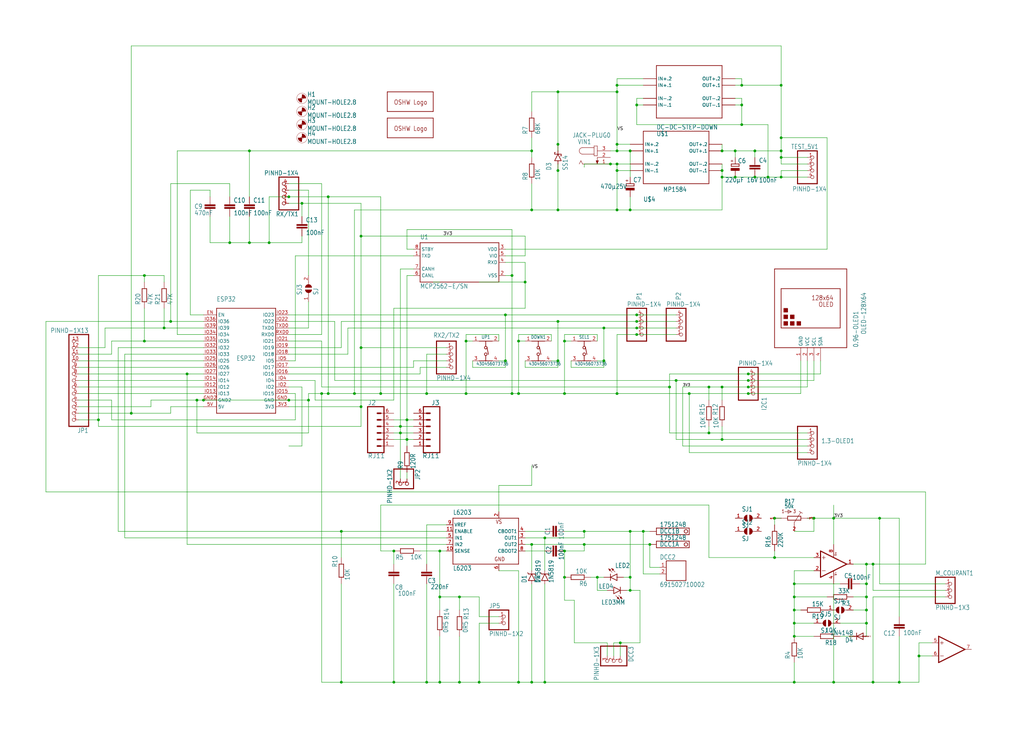
<source format=kicad_sch>
(kicad_sch (version 20231120) (generator "eeschema") (generator_version "8.0")
  (paper "User" 396.24 284.937)
  (junction (at 195.58 139.7))
  (junction (at 165.1 152.4))
  (junction (at 215.9 66.04))
  (junction (at 205.74 264.16))
  (junction (at 154.94 167.64))
  (junction (at 152.4 213.36))
  (junction (at 287.02 40.64))
  (junction (at 147.32 152.4))
  (junction (at 307.34 264.16))
  (junction (at 210.82 264.16))
  (junction (at 289.56 149.86))
  (junction (at 335.28 218.44))
  (junction (at 248.92 205.74))
  (junction (at 266.7 152.4))
  (junction (at 132.08 205.74))
  (junction (at 66.04 124.46))
  (junction (at 335.28 241.3))
  (junction (at 139.7 134.62))
  (junction (at 279.4 149.86))
  (junction (at 238.76 55.88))
  (junction (at 233.68 139.7))
  (junction (at 180.34 132.08))
  (junction (at 226.06 205.74))
  (junction (at 203.2 109.22))
  (junction (at 335.28 226.06))
  (junction (at 279.4 58.42))
  (junction (at 287.02 33.02))
  (junction (at 322.58 264.16))
  (junction (at 233.68 127))
  (junction (at 289.56 152.4))
  (junction (at 302.26 60.96))
  (junction (at 152.4 264.16))
  (junction (at 215.9 55.88))
  (junction (at 302.26 33.02))
  (junction (at 218.44 132.08))
  (junction (at 335.28 236.22))
  (junction (at 198.12 106.68))
  (junction (at 274.32 149.86))
  (junction (at 337.82 218.44))
  (junction (at 238.76 33.02))
  (junction (at 238.76 66.04))
  (junction (at 88.9 93.98))
  (junction (at 243.84 205.74))
  (junction (at 78.74 154.94))
  (junction (at 180.34 152.4))
  (junction (at 55.88 132.08))
  (junction (at 111.76 76.2))
  (junction (at 215.9 35.56))
  (junction (at 104.14 93.98))
  (junction (at 307.34 246.38))
  (junction (at 279.4 66.04))
  (junction (at 111.76 154.94))
  (junction (at 243.84 223.52))
  (junction (at 314.96 200.66))
  (junction (at 240.03 248.92))
  (junction (at 38.1 162.56))
  (junction (at 218.44 213.36))
  (junction (at 302.26 68.58))
  (junction (at 132.08 264.16))
  (junction (at 200.66 152.4))
  (junction (at 347.98 264.16))
  (junction (at 246.38 40.64))
  (junction (at 274.32 167.64))
  (junction (at 205.74 210.82))
  (junction (at 238.76 35.56))
  (junction (at 200.66 264.16))
  (junction (at 246.38 129.54))
  (junction (at 302.26 58.42))
  (junction (at 246.38 121.92))
  (junction (at 218.44 152.4))
  (junction (at 96.52 93.98))
  (junction (at 243.84 81.28))
  (junction (at 299.72 200.66))
  (junction (at 72.39 144.78))
  (junction (at 170.18 213.36))
  (junction (at 198.12 152.4))
  (junction (at 231.14 223.52))
  (junction (at 170.18 231.14))
  (junction (at 307.34 226.06))
  (junction (at 261.62 147.32))
  (junction (at 76.2 154.94))
  (junction (at 355.6 254))
  (junction (at 137.16 152.4))
  (junction (at 157.48 162.56))
  (junction (at 251.46 210.82))
  (junction (at 200.66 132.08))
  (junction (at 50.8 160.02))
  (junction (at 177.8 264.16))
  (junction (at 55.88 106.68))
  (junction (at 215.9 124.46))
  (junction (at 177.8 231.14))
  (junction (at 124.46 152.4))
  (junction (at 243.84 228.6))
  (junction (at 287.02 48.26))
  (junction (at 205.74 81.28))
  (junction (at 259.08 149.86))
  (junction (at 337.82 264.16))
  (junction (at 238.76 63.5))
  (junction (at 195.58 121.92))
  (junction (at 289.56 144.78))
  (junction (at 116.84 78.74))
  (junction (at 218.44 223.52))
  (junction (at 279.4 170.18))
  (junction (at 139.7 91.44))
  (junction (at 127 152.4))
  (junction (at 236.22 63.5))
  (junction (at 96.52 58.42))
  (junction (at 307.34 241.3))
  (junction (at 119.38 154.94))
  (junction (at 185.42 264.16))
  (junction (at 284.48 68.58))
  (junction (at 157.48 170.18))
  (junction (at 238.76 152.4))
  (junction (at 238.76 58.42))
  (junction (at 297.18 68.58))
  (junction (at 307.34 231.14))
  (junction (at 170.18 264.16))
  (junction (at 292.1 58.42))
  (junction (at 63.5 127))
  (junction (at 279.4 68.58))
  (junction (at 299.72 215.9))
  (junction (at 215.9 139.7))
  (junction (at 154.94 165.1))
  (junction (at 289.56 147.32))
  (junction (at 322.58 200.66))
  (junction (at 307.34 236.22))
  (junction (at 127 76.2))
  (junction (at 302.26 53.34))
  (junction (at 335.28 231.14))
  (junction (at 165.1 264.16))
  (junction (at 210.82 208.28))
  (junction (at 340.36 200.66))
  (junction (at 238.76 81.28))
  (junction (at 205.74 58.42))
  (junction (at 243.84 58.42))
  (junction (at 246.38 127))
  (junction (at 246.38 124.46))
  (junction (at 139.7 157.48))
  (junction (at 215.9 81.28))
  (junction (at 226.06 210.82))
  (junction (at 292.1 68.58))
  (junction (at 284.48 58.42))
  (wire (pts (xy 152.4 264.16) (xy 165.1 264.16)))
  (wire (pts (xy 114.3 162.56) (xy 43.18 162.56)))
  (wire (pts (xy 233.68 223.52) (xy 231.14 223.52)))
  (wire (pts (xy 302.26 17.78) (xy 302.26 33.02)))
  (wire (pts (xy 157.48 96.52) (xy 157.48 88.9)))
  (wire (pts (xy 193.04 241.3) (xy 185.42 241.3)))
  (wire (pts (xy 111.76 147.32) (xy 121.92 147.32)))
  (wire (pts (xy 240.03 248.92) (xy 237.49 248.92)))
  (wire (pts (xy 96.52 58.42) (xy 68.58 58.42)))
  (wire (pts (xy 297.18 48.26) (xy 297.18 68.58)))
  (wire (pts (xy 157.48 170.18) (xy 160.02 170.18)))
  (wire (pts (xy 312.42 63.5) (xy 302.26 63.5)))
  (wire (pts (xy 210.82 264.16) (xy 307.34 264.16)))
  (wire (pts (xy 279.4 165.1) (xy 279.4 170.18)))
  (wire (pts (xy 63.5 127) (xy 40.64 127)))
  (wire (pts (xy 119.38 127) (xy 119.38 116.84)))
  (wire (pts (xy 50.8 17.78) (xy 302.26 17.78)))
  (wire (pts (xy 320.04 53.34) (xy 320.04 96.52)))
  (wire (pts (xy 96.52 93.98) (xy 88.9 93.98)))
  (wire (pts (xy 213.36 132.08) (xy 213.36 129.54)))
  (wire (pts (xy 251.46 219.71) (xy 251.46 210.82)))
  (wire (pts (xy 238.76 129.54) (xy 246.38 129.54)))
  (wire (pts (xy 330.2 236.22) (xy 335.28 236.22)))
  (wire (pts (xy 274.32 167.64) (xy 312.42 167.64)))
  (wire (pts (xy 104.14 93.98) (xy 96.52 93.98)))
  (wire (pts (xy 81.28 73.66) (xy 73.66 73.66)))
  (wire (pts (xy 205.74 264.16) (xy 210.82 264.16)))
  (wire (pts (xy 165.1 218.44) (xy 165.1 203.2)))
  (wire (pts (xy 335.28 231.14) (xy 330.2 231.14)))
  (wire (pts (xy 165.1 137.16) (xy 165.1 152.4)))
  (wire (pts (xy 165.1 264.16) (xy 170.18 264.16)))
  (wire (pts (xy 147.32 152.4) (xy 137.16 152.4)))
  (wire (pts (xy 111.76 132.08) (xy 124.46 132.08)))
  (wire (pts (xy 198.12 152.4) (xy 200.66 152.4)))
  (wire (pts (xy 322.58 200.66) (xy 322.58 195.58)))
  (wire (pts (xy 365.76 231.14) (xy 337.82 231.14)))
  (wire (pts (xy 251.46 210.82) (xy 226.06 210.82)))
  (wire (pts (xy 132.08 124.46) (xy 215.9 124.46)))
  (wire (pts (xy 116.84 78.74) (xy 139.7 78.74)))
  (wire (pts (xy 284.48 60.96) (xy 284.48 58.42)))
  (wire (pts (xy 248.92 38.1) (xy 246.38 38.1)))
  (wire (pts (xy 193.04 132.08) (xy 193.04 129.54)))
  (wire (pts (xy 335.28 226.06) (xy 335.28 231.14)))
  (wire (pts (xy 312.42 139.7) (xy 312.42 149.86)))
  (wire (pts (xy 340.36 200.66) (xy 347.98 200.66)))
  (wire (pts (xy 154.94 167.64) (xy 160.02 167.64)))
  (wire (pts (xy 30.48 137.16) (xy 43.18 137.16)))
  (wire (pts (xy 238.76 35.56) (xy 238.76 33.02)))
  (wire (pts (xy 205.74 58.42) (xy 205.74 60.96)))
  (wire (pts (xy 233.68 142.24) (xy 233.68 139.7)))
  (wire (pts (xy 172.72 205.74) (xy 132.08 205.74)))
  (wire (pts (xy 238.76 33.02) (xy 238.76 30.48)))
  (wire (pts (xy 198.12 106.68) (xy 195.58 106.68)))
  (wire (pts (xy 236.22 63.5) (xy 238.76 63.5)))
  (wire (pts (xy 121.92 154.94) (xy 152.4 154.94)))
  (wire (pts (xy 243.84 68.58) (xy 243.84 58.42)))
  (wire (pts (xy 66.04 160.02) (xy 66.04 157.48)))
  (wire (pts (xy 203.2 213.36) (xy 210.82 213.36)))
  (wire (pts (xy 238.76 81.28) (xy 215.9 81.28)))
  (wire (pts (xy 111.76 73.66) (xy 119.38 73.66)))
  (wire (pts (xy 147.32 195.58) (xy 274.32 195.58)))
  (wire (pts (xy 111.76 76.2) (xy 104.14 76.2)))
  (wire (pts (xy 78.74 127) (xy 63.5 127)))
  (wire (pts (xy 157.48 162.56) (xy 160.02 162.56)))
  (wire (pts (xy 55.88 132.08) (xy 43.18 132.08)))
  (wire (pts (xy 233.68 139.7) (xy 231.14 139.7)))
  (wire (pts (xy 238.76 63.5) (xy 238.76 66.04)))
  (wire (pts (xy 259.08 144.78) (xy 259.08 149.86)))
  (wire (pts (xy 63.5 119.38) (xy 63.5 127)))
  (wire (pts (xy 43.18 137.16) (xy 43.18 132.08)))
  (wire (pts (xy 111.76 78.74) (xy 116.84 78.74)))
  (wire (pts (xy 279.4 154.94) (xy 279.4 149.86)))
  (wire (pts (xy 193.04 220.98) (xy 200.66 220.98)))
  (wire (pts (xy 261.62 127) (xy 246.38 127)))
  (wire (pts (xy 111.76 121.92) (xy 195.58 121.92)))
  (wire (pts (xy 182.88 142.24) (xy 195.58 142.24)))
  (wire (pts (xy 205.74 35.56) (xy 205.74 43.18)))
  (wire (pts (xy 309.88 139.7) (xy 309.88 152.4)))
  (wire (pts (xy 314.96 205.74) (xy 314.96 200.66)))
  (wire (pts (xy 320.04 96.52) (xy 195.58 96.52)))
  (wire (pts (xy 134.62 137.16) (xy 134.62 127)))
  (wire (pts (xy 132.08 264.16) (xy 152.4 264.16)))
  (wire (pts (xy 88.9 83.82) (xy 88.9 93.98)))
  (wire (pts (xy 337.82 218.44) (xy 335.28 218.44)))
  (wire (pts (xy 160.02 96.52) (xy 157.48 96.52)))
  (wire (pts (xy 78.74 134.62) (xy 45.72 134.62)))
  (wire (pts (xy 299.72 200.66) (xy 299.72 203.2)))
  (wire (pts (xy 160.02 142.24) (xy 160.02 139.7)))
  (wire (pts (xy 58.42 154.94) (xy 58.42 157.48)))
  (wire (pts (xy 205.74 58.42) (xy 96.52 58.42)))
  (wire (pts (xy 165.1 203.2) (xy 172.72 203.2)))
  (wire (pts (xy 238.76 55.88) (xy 243.84 55.88)))
  (wire (pts (xy 157.48 106.68) (xy 157.48 162.56)))
  (wire (pts (xy 215.9 124.46) (xy 246.38 124.46)))
  (wire (pts (xy 193.04 238.76) (xy 185.42 238.76)))
  (wire (pts (xy 154.94 165.1) (xy 160.02 165.1)))
  (wire (pts (xy 222.25 232.41) (xy 222.25 248.92)))
  (wire (pts (xy 30.48 139.7) (xy 78.74 139.7)))
  (wire (pts (xy 104.14 76.2) (xy 104.14 93.98)))
  (wire (pts (xy 170.18 109.22) (xy 167.64 109.22)))
  (wire (pts (xy 73.66 73.66) (xy 73.66 121.92)))
  (wire (pts (xy 337.82 231.14) (xy 337.82 264.16)))
  (wire (pts (xy 152.4 218.44) (xy 152.4 213.36)))
  (wire (pts (xy 238.76 33.02) (xy 248.92 33.02)))
  (wire (pts (xy 335.28 231.14) (xy 335.28 236.22)))
  (wire (pts (xy 215.9 66.04) (xy 215.9 81.28)))
  (wire (pts (xy 124.46 129.54) (xy 124.46 71.12)))
  (wire (pts (xy 287.02 48.26) (xy 297.18 48.26)))
  (wire (pts (xy 132.08 226.06) (xy 132.08 264.16)))
  (wire (pts (xy 165.1 226.06) (xy 165.1 264.16)))
  (wire (pts (xy 147.32 213.36) (xy 147.32 195.58)))
  (wire (pts (xy 119.38 154.94) (xy 119.38 152.4)))
  (wire (pts (xy 246.38 48.26) (xy 287.02 48.26)))
  (wire (pts (xy 139.7 157.48) (xy 139.7 165.1)))
  (wire (pts (xy 119.38 167.64) (xy 119.38 154.94)))
  (wire (pts (xy 307.34 231.14) (xy 307.34 226.06)))
  (wire (pts (xy 340.36 226.06) (xy 365.76 226.06)))
  (wire (pts (xy 119.38 73.66) (xy 119.38 106.68)))
  (wire (pts (xy 307.34 241.3) (xy 307.34 236.22)))
  (wire (pts (xy 160.02 139.7) (xy 172.72 139.7)))
  (wire (pts (xy 127 152.4) (xy 127 76.2)))
  (wire (pts (xy 116.84 83.82) (xy 116.84 78.74)))
  (wire (pts (xy 302.26 60.96) (xy 302.26 63.5)))
  (wire (pts (xy 111.76 142.24) (xy 160.02 142.24)))
  (wire (pts (xy 246.38 38.1) (xy 246.38 40.64)))
  (wire (pts (xy 264.16 172.72) (xy 312.42 172.72)))
  (wire (pts (xy 170.18 213.36) (xy 172.72 213.36)))
  (wire (pts (xy 360.68 248.92) (xy 355.6 248.92)))
  (wire (pts (xy 284.48 33.02) (xy 287.02 33.02)))
  (wire (pts (xy 203.2 210.82) (xy 205.74 210.82)))
  (wire (pts (xy 55.88 106.68) (xy 63.5 106.68)))
  (wire (pts (xy 81.28 76.2) (xy 81.28 73.66)))
  (wire (pts (xy 180.34 129.54) (xy 180.34 132.08)))
  (wire (pts (xy 279.4 68.58) (xy 279.4 66.04)))
  (wire (pts (xy 259.08 149.86) (xy 259.08 167.64)))
  (wire (pts (xy 247.65 228.6) (xy 247.65 248.92)))
  (wire (pts (xy 314.96 147.32) (xy 289.56 147.32)))
  (wire (pts (xy 50.8 160.02) (xy 66.04 160.02)))
  (wire (pts (xy 238.76 55.88) (xy 238.76 35.56)))
  (wire (pts (xy 78.74 157.48) (xy 66.04 157.48)))
  (wire (pts (xy 238.76 30.48) (xy 248.92 30.48)))
  (wire (pts (xy 203.2 109.22) (xy 203.2 101.6)))
  (wire (pts (xy 322.58 264.16) (xy 307.34 264.16)))
  (wire (pts (xy 284.48 68.58) (xy 279.4 68.58)))
  (wire (pts (xy 152.4 154.94) (xy 152.4 119.38)))
  (wire (pts (xy 302.26 68.58) (xy 302.26 66.04)))
  (wire (pts (xy 111.76 124.46) (xy 129.54 124.46)))
  (wire (pts (xy 238.76 58.42) (xy 238.76 55.88)))
  (wire (pts (xy 314.96 246.38) (xy 307.34 246.38)))
  (wire (pts (xy 203.2 119.38) (xy 203.2 109.22)))
  (wire (pts (xy 264.16 149.86) (xy 264.16 172.72)))
  (wire (pts (xy 358.14 218.44) (xy 337.82 218.44)))
  (wire (pts (xy 200.66 152.4) (xy 218.44 152.4)))
  (wire (pts (xy 78.74 121.92) (xy 73.66 121.92)))
  (wire (pts (xy 246.38 121.92) (xy 261.62 121.92)))
  (wire (pts (xy 218.44 132.08) (xy 220.98 132.08)))
  (wire (pts (xy 43.18 154.94) (xy 30.48 154.94)))
  (wire (pts (xy 68.58 58.42) (xy 68.58 129.54)))
  (wire (pts (xy 218.44 213.36) (xy 218.44 223.52)))
  (wire (pts (xy 45.72 134.62) (xy 45.72 205.74)))
  (wire (pts (xy 220.98 139.7) (xy 220.98 142.24)))
  (wire (pts (xy 96.52 83.82) (xy 96.52 93.98)))
  (wire (pts (xy 355.6 248.92) (xy 355.6 254)))
  (wire (pts (xy 182.88 132.08) (xy 180.34 132.08)))
  (wire (pts (xy 185.42 264.16) (xy 200.66 264.16)))
  (wire (pts (xy 251.46 205.74) (xy 248.92 205.74)))
  (wire (pts (xy 17.78 190.5) (xy 17.78 124.46)))
  (wire (pts (xy 213.36 139.7) (xy 215.9 139.7)))
  (wire (pts (xy 78.74 132.08) (xy 55.88 132.08)))
  (wire (pts (xy 287.02 40.64) (xy 287.02 38.1)))
  (wire (pts (xy 96.52 76.2) (xy 96.52 58.42)))
  (wire (pts (xy 302.26 58.42) (xy 302.26 60.96)))
  (wire (pts (xy 193.04 198.12) (xy 193.04 187.96)))
  (wire (pts (xy 200.66 220.98) (xy 200.66 264.16)))
  (wire (pts (xy 302.26 66.04) (xy 312.42 66.04)))
  (wire (pts (xy 243.84 76.2) (xy 243.84 81.28)))
  (wire (pts (xy 261.62 170.18) (xy 279.4 170.18)))
  (wire (pts (xy 152.4 165.1) (xy 154.94 165.1)))
  (wire (pts (xy 116.84 172.72) (xy 111.76 172.72)))
  (wire (pts (xy 284.48 30.48) (xy 287.02 30.48)))
  (wire (pts (xy 114.3 99.06) (xy 114.3 139.7)))
  (wire (pts (xy 292.1 60.96) (xy 292.1 58.42)))
  (wire (pts (xy 355.6 264.16) (xy 347.98 264.16)))
  (wire (pts (xy 38.1 162.56) (xy 30.48 162.56)))
  (wire (pts (xy 72.39 144.78) (xy 72.39 210.82)))
  (wire (pts (xy 139.7 157.48) (xy 111.76 157.48)))
  (wire (pts (xy 243.84 205.74) (xy 226.06 205.74)))
  (wire (pts (xy 205.74 180.34) (xy 205.74 187.96)))
  (wire (pts (xy 264.16 149.86) (xy 274.32 149.86)))
  (wire (pts (xy 248.92 222.25) (xy 248.92 205.74)))
  (wire (pts (xy 111.76 152.4) (xy 114.3 152.4)))
  (wire (pts (xy 218.44 232.41) (xy 218.44 223.52)))
  (wire (pts (xy 314.96 139.7) (xy 314.96 147.32)))
  (wire (pts (xy 307.34 220.98) (xy 314.96 220.98)))
  (wire (pts (xy 81.28 93.98) (xy 81.28 83.82)))
  (wire (pts (xy 17.78 124.46) (xy 66.04 124.46)))
  (wire (pts (xy 88.9 71.12) (xy 66.04 71.12)))
  (wire (pts (xy 124.46 149.86) (xy 259.08 149.86)))
  (wire (pts (xy 154.94 167.64) (xy 154.94 185.42)))
  (wire (pts (xy 38.1 106.68) (xy 55.88 106.68)))
  (wire (pts (xy 243.84 205.74) (xy 243.84 223.52)))
  (wire (pts (xy 180.34 152.4) (xy 198.12 152.4)))
  (wire (pts (xy 177.8 231.14) (xy 170.18 231.14)))
  (wire (pts (xy 234.95 228.6) (xy 231.14 228.6)))
  (wire (pts (xy 121.92 147.32) (xy 121.92 154.94)))
  (wire (pts (xy 287.02 30.48) (xy 287.02 33.02)))
  (wire (pts (xy 193.04 139.7) (xy 195.58 139.7)))
  (wire (pts (xy 279.4 149.86) (xy 289.56 149.86)))
  (wire (pts (xy 320.04 231.14) (xy 307.34 231.14)))
  (wire (pts (xy 76.2 154.94) (xy 58.42 154.94)))
  (wire (pts (xy 325.12 226.06) (xy 307.34 226.06)))
  (wire (pts (xy 322.58 200.66) (xy 340.36 200.66)))
  (wire (pts (xy 322.58 226.06) (xy 322.58 264.16)))
  (wire (pts (xy 129.54 124.46) (xy 129.54 147.32)))
  (wire (pts (xy 307.34 246.38) (xy 307.34 241.3)))
  (wire (pts (xy 289.56 152.4) (xy 266.7 152.4)))
  (wire (pts (xy 203.2 205.74) (xy 210.82 205.74)))
  (wire (pts (xy 226.06 64.77) (xy 226.06 63.5)))
  (wire (pts (xy 30.48 149.86) (xy 78.74 149.86)))
  (wire (pts (xy 116.84 93.98) (xy 116.84 91.44)))
  (wire (pts (xy 246.38 124.46) (xy 261.62 124.46)))
  (wire (pts (xy 317.5 144.78) (xy 289.56 144.78)))
  (wire (pts (xy 307.34 226.06) (xy 307.34 220.98)))
  (wire (pts (xy 314.96 200.66) (xy 322.58 200.66)))
  (wire (pts (xy 222.25 248.92) (xy 234.95 248.92)))
  (wire (pts (xy 157.48 106.68) (xy 160.02 106.68)))
  (wire (pts (xy 193.04 187.96) (xy 205.74 187.96)))
  (wire (pts (xy 116.84 149.86) (xy 116.84 172.72)))
  (wire (pts (xy 337.82 228.6) (xy 337.82 218.44)))
  (wire (pts (xy 48.26 208.28) (xy 172.72 208.28)))
  (wire (pts (xy 337.82 264.16) (xy 322.58 264.16)))
  (wire (pts (xy 50.8 160.02) (xy 30.48 160.02)))
  (wire (pts (xy 297.18 68.58) (xy 292.1 68.58)))
  (wire (pts (xy 325.12 241.3) (xy 335.28 241.3)))
  (wire (pts (xy 302.26 60.96) (xy 312.42 60.96)))
  (wire (pts (xy 139.7 134.62) (xy 139.7 91.44)))
  (wire (pts (xy 66.04 124.46) (xy 78.74 124.46)))
  (wire (pts (xy 40.64 134.62) (xy 40.64 127)))
  (wire (pts (xy 129.54 147.32) (xy 261.62 147.32)))
  (wire (pts (xy 124.46 152.4) (xy 124.46 264.16)))
  (wire (pts (xy 157.48 88.9) (xy 198.12 88.9)))
  (wire (pts (xy 200.66 264.16) (xy 205.74 264.16)))
  (wire (pts (xy 119.38 152.4) (xy 124.46 152.4)))
  (wire (pts (xy 111.76 129.54) (xy 124.46 129.54)))
  (wire (pts (xy 238.76 152.4) (xy 266.7 152.4)))
  (wire (pts (xy 127 76.2) (xy 111.76 76.2)))
  (wire (pts (xy 139.7 91.44) (xy 139.7 78.74)))
  (wire (pts (xy 170.18 264.16) (xy 177.8 264.16)))
  (wire (pts (xy 246.38 129.54) (xy 261.62 129.54)))
  (wire (pts (xy 314.96 241.3) (xy 307.34 241.3)))
  (wire (pts (xy 30.48 152.4) (xy 78.74 152.4)))
  (wire (pts (xy 247.65 228.6) (xy 243.84 228.6)))
  (wire (pts (xy 203.2 142.24) (xy 215.9 142.24)))
  (wire (pts (xy 302.26 200.66) (xy 299.72 200.66)))
  (wire (pts (xy 147.32 152.4) (xy 147.32 76.2)))
  (wire (pts (xy 287.02 48.26) (xy 287.02 40.64)))
  (wire (pts (xy 200.66 152.4) (xy 200.66 132.08)))
  (wire (pts (xy 152.4 119.38) (xy 203.2 119.38)))
  (wire (pts (xy 218.44 205.74) (xy 226.06 205.74)))
  (wire (pts (xy 246.38 40.64) (xy 248.92 40.64)))
  (wire (pts (xy 170.18 231.14) (xy 170.18 236.22)))
  (wire (pts (xy 147.32 76.2) (xy 127 76.2)))
  (wire (pts (xy 68.58 129.54) (xy 78.74 129.54)))
  (wire (pts (xy 170.18 231.14) (xy 170.18 213.36)))
  (wire (pts (xy 152.4 162.56) (xy 157.48 162.56)))
  (wire (pts (xy 50.8 160.02) (xy 50.8 17.78)))
  (wire (pts (xy 247.65 248.92) (xy 240.03 248.92)))
  (wire (pts (xy 172.72 142.24) (xy 162.56 142.24)))
  (wire (pts (xy 55.88 106.68) (xy 55.88 109.22)))
  (wire (pts (xy 302.26 33.02) (xy 302.26 53.34)))
  (wire (pts (xy 124.46 264.16) (xy 132.08 264.16)))
  (wire (pts (xy 114.3 152.4) (xy 114.3 162.56)))
  (wire (pts (xy 243.84 223.52) (xy 243.84 228.6)))
  (wire (pts (xy 210.82 226.06) (xy 210.82 264.16)))
  (wire (pts (xy 48.26 208.28) (xy 48.26 137.16)))
  (wire (pts (xy 172.72 134.62) (xy 139.7 134.62)))
  (wire (pts (xy 231.14 223.52) (xy 231.14 228.6)))
  (wire (pts (xy 200.66 132.08) (xy 203.2 132.08)))
  (wire (pts (xy 48.26 137.16) (xy 78.74 137.16)))
  (wire (pts (xy 233.68 127) (xy 246.38 127)))
  (wire (pts (xy 335.28 218.44) (xy 335.28 226.06)))
  (wire (pts (xy 284.48 58.42) (xy 292.1 58.42)))
  (wire (pts (xy 30.48 142.24) (xy 78.74 142.24)))
  (wire (pts (xy 111.76 139.7) (xy 114.3 139.7)))
  (wire (pts (xy 218.44 152.4) (xy 238.76 152.4)))
  (wire (pts (xy 215.9 142.24) (xy 215.9 139.7)))
  (wire (pts (xy 88.9 93.98) (xy 81.28 93.98)))
  (wire (pts (xy 266.7 175.26) (xy 312.42 175.26)))
  (wire (pts (xy 124.46 132.08) (xy 124.46 149.86)))
  (wire (pts (xy 248.92 205.74) (xy 243.84 205.74)))
  (wire (pts (xy 205.74 53.34) (xy 205.74 58.42)))
  (wire (pts (xy 226.06 213.36) (xy 218.44 213.36)))
  (wire (pts (xy 307.34 205.74) (xy 314.96 205.74)))
  (wire (pts (xy 38.1 165.1) (xy 38.1 162.56)))
  (wire (pts (xy 274.32 154.94) (xy 274.32 149.86)))
  (wire (pts (xy 284.48 40.64) (xy 287.02 40.64)))
  (wire (pts (xy 195.58 139.7) (xy 195.58 121.92)))
  (wire (pts (xy 72.39 144.78) (xy 78.74 144.78)))
  (wire (pts (xy 165.1 152.4) (xy 147.32 152.4)))
  (wire (pts (xy 240.03 248.92) (xy 240.03 254)))
  (wire (pts (xy 215.9 63.5) (xy 215.9 66.04)))
  (wire (pts (xy 162.56 144.78) (xy 162.56 142.24)))
  (wire (pts (xy 238.76 66.04) (xy 238.76 81.28)))
  (wire (pts (xy 312.42 149.86) (xy 289.56 149.86)))
  (wire (pts (xy 279.4 81.28) (xy 279.4 68.58)))
  (wire (pts (xy 172.72 137.16) (xy 165.1 137.16)))
  (wire (pts (xy 137.16 152.4) (xy 137.16 81.28)))
  (wire (pts (xy 177.8 231.14) (xy 177.8 236.22)))
  (wire (pts (xy 162.56 213.36) (xy 170.18 213.36)))
  (wire (pts (xy 111.76 149.86) (xy 116.84 149.86)))
  (wire (pts (xy 177.8 264.16) (xy 185.42 264.16)))
  (wire (pts (xy 182.88 139.7) (xy 182.88 142.24)))
  (wire (pts (xy 30.48 144.78) (xy 72.39 144.78)))
  (wire (pts (xy 134.62 127) (xy 233.68 127)))
  (wire (pts (xy 261.62 170.18) (xy 261.62 147.32)))
  (wire (pts (xy 63.5 106.68) (xy 63.5 109.22)))
  (wire (pts (xy 330.2 246.38) (xy 325.12 246.38)))
  (wire (pts (xy 203.2 99.06) (xy 203.2 91.44)))
  (wire (pts (xy 299.72 213.36) (xy 299.72 215.9)))
  (wire (pts (xy 255.27 222.25) (xy 248.92 222.25)))
  (wire (pts (xy 246.38 40.64) (xy 246.38 48.26)))
  (wire (pts (xy 72.39 210.82) (xy 172.72 210.82)))
  (wire (pts (xy 365.76 228.6) (xy 337.82 228.6)))
  (wire (pts (xy 335.28 218.44) (xy 330.2 218.44)))
  (wire (pts (xy 180.34 152.4) (xy 165.1 152.4)))
  (wire (pts (xy 307.34 256.54) (xy 307.34 264.16)))
  (wire (pts (xy 132.08 134.62) (xy 132.08 124.46)))
  (wire (pts (xy 226.06 210.82) (xy 226.06 213.36)))
  (wire (pts (xy 238.76 81.28) (xy 243.84 81.28)))
  (wire (pts (xy 205.74 226.06) (xy 205.74 264.16)))
  (wire (pts (xy 287.02 38.1) (xy 284.48 38.1)))
  (wire (pts (xy 127 152.4) (xy 137.16 152.4)))
  (wire (pts (xy 289.56 147.32) (xy 261.62 147.32)))
  (wire (pts (xy 292.1 58.42) (xy 302.26 58.42)))
  (wire (pts (xy 279.4 58.42) (xy 284.48 58.42)))
  (wire (pts (xy 215.9 55.88) (xy 215.9 35.56)))
  (wire (pts (xy 195.58 121.92) (xy 246.38 121.92)))
  (wire (pts (xy 139.7 134.62) (xy 139.7 157.48)))
  (wire (pts (xy 76.2 154.94) (xy 76.2 167.64)))
  (wire (pts (xy 243.84 228.6) (xy 242.57 228.6)))
  (wire (pts (xy 111.76 144.78) (xy 162.56 144.78)))
  (wire (pts (xy 160.02 104.14) (xy 154.94 104.14)))
  (wire (pts (xy 205.74 71.12) (xy 205.74 81.28)))
  (wire (pts (xy 309.88 236.22) (xy 307.34 236.22)))
  (wire (pts (xy 302.26 53.34) (xy 302.26 58.42)))
  (wire (pts (xy 274.32 149.86) (xy 279.4 149.86)))
  (wire (pts (xy 210.82 208.28) (xy 226.06 208.28)))
  (wire (pts (xy 203.2 101.6) (xy 195.58 101.6)))
  (wire (pts (xy 177.8 246.38) (xy 177.8 264.16)))
  (wire (pts (xy 226.06 205.74) (xy 226.06 208.28)))
  (wire (pts (xy 111.76 71.12) (xy 124.46 71.12)))
  (wire (pts (xy 355.6 254) (xy 355.6 264.16)))
  (wire (pts (xy 203.2 139.7) (xy 203.2 142.24)))
  (wire (pts (xy 215.9 35.56) (xy 205.74 35.56)))
  (wire (pts (xy 347.98 246.38) (xy 347.98 264.16)))
  (wire (pts (xy 185.42 241.3) (xy 185.42 264.16)))
  (wire (pts (xy 152.4 170.18) (xy 157.48 170.18)))
  (wire (pts (xy 160.02 99.06) (xy 114.3 99.06)))
  (wire (pts (xy 195.58 142.24) (xy 195.58 139.7)))
  (wire (pts (xy 231.14 223.52) (xy 228.6 223.52)))
  (wire (pts (xy 234.95 248.92) (xy 234.95 254)))
  (wire (pts (xy 358.14 218.44) (xy 358.14 190.5)))
  (wire (pts (xy 78.74 154.94) (xy 76.2 154.94)))
  (wire (pts (xy 215.9 81.28) (xy 205.74 81.28)))
  (wire (pts (xy 154.94 104.14) (xy 154.94 165.1)))
  (wire (pts (xy 139.7 165.1) (xy 38.1 165.1)))
  (wire (pts (xy 335.28 226.06) (xy 332.74 226.06)))
  (wire (pts (xy 43.18 162.56) (xy 43.18 154.94)))
  (wire (pts (xy 231.14 129.54) (xy 218.44 129.54)))
  (wire (pts (xy 45.72 205.74) (xy 132.08 205.74)))
  (wire (pts (xy 236.22 58.42) (xy 238.76 58.42)))
  (wire (pts (xy 78.74 154.94) (xy 111.76 154.94)))
  (wire (pts (xy 274.32 165.1) (xy 274.32 167.64)))
  (wire (pts (xy 355.6 254) (xy 360.68 254)))
  (wire (pts (xy 203.2 208.28) (xy 210.82 208.28)))
  (wire (pts (xy 233.68 139.7) (xy 233.68 127)))
  (wire (pts (xy 259.08 167.64) (xy 274.32 167.64)))
  (wire (pts (xy 195.58 99.06) (xy 203.2 99.06)))
  (wire (pts (xy 210.82 220.98) (xy 210.82 208.28)))
  (wire (pts (xy 287.02 33.02) (xy 302.26 33.02)))
  (wire (pts (xy 238.76 66.04) (xy 243.84 66.04)))
  (wire (pts (xy 154.94 165.1) (xy 154.94 167.64)))
  (wire (pts (xy 243.84 63.5) (xy 238.76 63.5)))
  (wire (pts (xy 185.42 109.22) (xy 203.2 109.22)))
  (wire (pts (xy 157.48 170.18) (xy 157.48 172.72)))
  (wire (pts (xy 274.32 195.58) (xy 274.32 215.9)))
  (wire (pts (xy 111.76 134.62) (xy 132.08 134.62)))
  (wire (pts (xy 259.08 144.78) (xy 289.56 144.78)))
  (wire (pts (xy 347.98 264.16) (xy 337.82 264.16)))
  (wire (pts (xy 111.76 127) (xy 119.38 127)))
  (wire (pts (xy 111.76 154.94) (xy 119.38 154.94)))
  (wire (pts (xy 266.7 175.26) (xy 266.7 152.4)))
  (wire (pts (xy 307.34 236.22) (xy 307.34 231.14)))
  (wire (pts (xy 193.04 129.54) (xy 180.34 129.54)))
  (wire (pts (xy 231.14 132.08) (xy 231.14 129.54)))
  (wire (pts (xy 335.28 241.3) (xy 335.28 246.38)))
  (wire (pts (xy 299.72 215.9) (xy 314.96 215.9)))
  (wire (pts (xy 238.76 35.56) (xy 215.9 35.56)))
  (wire (pts (xy 76.2 167.64) (xy 119.38 167.64)))
  (wire (pts (xy 58.42 157.48) (xy 30.48 157.48)))
  (wire (pts (xy 132.08 205.74) (xy 132.08 215.9)))
  (wire (pts (xy 157.48 182.88) (xy 157.48 185.42)))
  (wire (pts (xy 30.48 134.62) (xy 40.64 134.62)))
  (wire (pts (xy 255.27 219.71) (xy 251.46 219.71)))
  (wire (pts (xy 284.48 68.58) (xy 292.1 68.58)))
  (wire (pts (xy 111.76 137.16) (xy 134.62 137.16)))
  (wire (pts (xy 312.42 200.66) (xy 314.96 200.66)))
  (wire (pts (xy 38.1 162.56) (xy 38.1 106.68)))
  (wire (pts (xy 147.32 213.36) (xy 152.4 213.36)))
  (wire (pts (xy 358.14 190.5) (xy 17.78 190.5)))
  (wire (pts (xy 340.36 200.66) (xy 340.36 226.06)))
  (wire (pts (xy 279.4 55.88) (xy 279.4 58.42)))
  (wire (pts (xy 170.18 246.38) (xy 170.18 264.16)))
  (wire (pts (xy 152.4 226.06) (xy 152.4 264.16)))
  (wire (pts (xy 218.44 152.4) (xy 218.44 132.08)))
  (wire (pts (xy 238.76 58.42) (xy 243.84 58.42)))
  (wire (pts (xy 347.98 200.66) (xy 347.98 238.76)))
  (wire (pts (xy 220.98 142.24) (xy 233.68 142.24)))
  (wire (pts (xy 215.9 58.42) (xy 215.9 55.88)))
  (wire (pts (xy 322.58 210.82) (xy 322.58 200.66)))
  (wire (pts (xy 218.44 129.54) (xy 218.44 132.08)))
  (wire (pts (xy 238.76 152.4) (xy 238.76 129.54)))
  (wire (pts (xy 222.25 232.41) (xy 218.44 232.41)))
  (wire (pts (xy 302.26 68.58) (xy 312.42 68.58)))
  (wire (pts (xy 215.9 139.7) (xy 215.9 124.46)))
  (wire (pts (xy 185.42 231.14) (xy 177.8 231.14)))
  (wire (pts (xy 198.12 152.4) (xy 198.12 106.68)))
  (wire (pts (xy 200.66 129.54) (xy 200.66 132.08)))
  (wire (pts (xy 302.26 53.34) (xy 320.04 53.34)))
  (wire (pts (xy 309.88 152.4) (xy 289.56 152.4)))
  (wire (pts (xy 335.28 236.22) (xy 335.28 241.3)))
  (wire (pts (xy 279.4 170.18) (xy 312.42 170.18)))
  (wire (pts (xy 152.4 167.64) (xy 154.94 167.64)))
  (wire (pts (xy 237.49 248.92) (xy 237.49 254)))
  (wire (pts (xy 88.9 76.2) (xy 88.9 71.12)))
  (wire (pts (xy 213.36 129.54) (xy 200.66 129.54)))
  (wire (pts (xy 55.88 119.38) (xy 55.88 132.08)))
  (wire (pts (xy 185.42 238.76) (xy 185.42 231.14)))
  (wire (pts (xy 317.5 139.7) (xy 317.5 144.78)))
  (wire (pts (xy 243.84 81.28) (xy 279.4 81.28)))
  (wire (pts (xy 205.74 210.82) (xy 226.06 210.82)))
  (wire (pts (xy 279.4 63.5) (xy 279.4 66.04)))
  (wire (pts (xy 30.48 147.32) (xy 78.74 147.32)))
  (wire (pts (xy 137.16 81.28) (xy 205.74 81.28)))
  (wire (pts (xy 157.48 162.56) (xy 157.48 170.18)))
  (wire (pts (xy 198.12 88.9) (xy 198.12 106.68)))
  (wire (pts (xy 203.2 91.44) (xy 139.7 91.44)))
  (wire (pts (xy 226.06 63.5) (xy 236.22 63.5)))
  (wire (pts (xy 66.04 71.12) (xy 66.04 124.46)))
  (wire (pts (xy 180.34 132.08) (xy 180.34 152.4)))
  (wire (pts (xy 205.74 220.98) (xy 205.74 210.82)))
  (wire (pts (xy 274.32 215.9) (xy 299.72 215.9)))
  (wire (pts (xy 104.14 93.98) (xy 116.84 93.98)))
  (wire (pts (xy 302.26 68.58) (xy 297.18 68.58)))
  (wire (pts (xy 124.46 152.4) (xy 127 152.4)))
  (wire (pts (xy 241.3 223.52) (xy 243.84 223.52)))
  (label "VS" (at 238.76 50.8 0) (effects (font (size 1.2446 1.2446))))
  (label "3V3" (at 264.16 149.86 0) (effects (font (size 1.016 1.016))))
  (label "3V3" (at 171.45 91.44 0) (effects (font (size 1.2446 1.2446))))
  (label "3V3" (at 322.58 200.66 0) (effects (font (size 1.2446 1.2446))))
  (label "VS" (at 205.74 181.61 0) (effects (font (size 1.2446 1.2446))))
  (symbol (lib_id "CENTRALE02c3-eagle-import:R-EU_R0805") (at 299.72 208.28 90) (unit 1)
    (property "Reference" "R16" (at 298.2214 212.09 0) (effects (font (size 1.778 1.5113)) (justify left bottom)))
    (property "Value" "220K" (at 303.022 212.09 0) (effects (font (size 1.778 1.5113)) (justify left bottom)))
    (property "Footprint" "R0805" (effects (hide yes)))
  )
  (symbol (lib_id "CENTRALE02c3-eagle-import:SJ") (at 289.56 200.66 0) (unit 1)
    (property "Reference" "SJ1" (at 287.02 198.12 0) (effects (font (size 1.778 1.5113)) (justify left bottom)))
    (property "Value" "SJ" (at 287.02 204.47 0) (effects (font (size 1.778 1.5113)) (justify left bottom)))
    (property "Footprint" "SJ" (effects (hide yes)))
  )
  (symbol (lib_id "CENTRALE02c3-eagle-import:R-EU_R0805") (at 205.74 66.04 90) (unit 1)
    (property "Reference" "R8" (at 204.2414 69.85 0) (effects (font (size 1.778 1.5113)) (justify left bottom)))
    (property "Value" "10K" (at 209.042 69.85 0) (effects (font (size 1.778 1.5113)) (justify left bottom)))
    (property "Footprint" "R0805" (effects (hide yes)))
  )
  (symbol (lib_id "CENTRALE02c3-eagle-import:PINHD-1X3") (at 368.3 228.6 0) (unit 1)
    (property "Reference" "M_COURANT1" (at 361.95 222.885 0) (effects (font (size 1.778 1.5113)) (justify left bottom)))
    (property "Value" "PINHD-1X3" (at 361.95 236.22 0) (effects (font (size 1.778 1.5113)) (justify left bottom)))
    (property "Footprint" "1X03" (effects (hide yes)))
  )
  (symbol (lib_id "CENTRALE02c3-eagle-import:PINHD-1X4") (at 314.96 172.72 0) (unit 1)
    (property "Reference" "1.3-OLED1" (at 317.754 171.704 0) (effects (font (size 1.778 1.5113)) (justify left bottom)))
    (property "Value" "PINHD-1X4" (at 308.61 180.34 0) (effects (font (size 1.778 1.5113)) (justify left bottom)))
    (property "Footprint" "1X04" (effects (hide yes)))
  )
  (symbol (lib_id "CENTRALE02c3-eagle-import:MOUNT-HOLE2.8") (at 116.84 48.26 0) (unit 1)
    (property "Reference" "H3" (at 118.872 47.6758 0) (effects (font (size 1.778 1.5113)) (justify left bottom)))
    (property "Value" "MOUNT-HOLE2.8" (at 118.872 50.7238 0) (effects (font (size 1.778 1.5113)) (justify left bottom)))
    (property "Footprint" "2,8" (effects (hide yes)))
  )
  (symbol (lib_id "CENTRALE02c3-eagle-import:OSHWLOGOLOGO5MM") (at 149.86 43.18 0) (unit 1)
    (property "Reference" "GOLD_ORB_SM2" (effects (hide yes)))
    (property "Value" "OSHWLOGOLOGO5MM" (effects (hide yes)))
    (property "Footprint" "OSHW_5MM" (effects (hide yes)))
  )
  (symbol (lib_id "CENTRALE02c3-eagle-import:MOUNT-HOLE2.8") (at 116.84 43.18 0) (unit 1)
    (property "Reference" "H2" (at 118.872 42.5958 0) (effects (font (size 1.778 1.5113)) (justify left bottom)))
    (property "Value" "MOUNT-HOLE2.8" (at 118.872 45.6438 0) (effects (font (size 1.778 1.5113)) (justify left bottom)))
    (property "Footprint" "2,8" (effects (hide yes)))
  )
  (symbol (lib_id "CENTRALE02c3-eagle-import:LED3MM") (at 237.49 228.6 90) (unit 1)
    (property "Reference" "LED4" (at 237.49 226.06 90) (effects (font (size 1.778 1.5113)) (justify left bottom)))
    (property "Value" "LED3MM" (effects (hide yes)))
    (property "Footprint" "LED3MM" (effects (hide yes)))
  )
  (symbol (lib_id "CENTRALE02c3-eagle-import:R-EU_R0805") (at 325.12 231.14 180) (unit 1)
    (property "Reference" "R3" (at 328.93 232.6386 0) (effects (font (size 1.778 1.5113)) (justify left bottom)))
    (property "Value" "33K" (at 328.93 227.838 0) (effects (font (size 1.778 1.5113)) (justify left bottom)))
    (property "Footprint" "R0805" (effects (hide yes)))
  )
  (symbol (lib_id "CENTRALE02c3-eagle-import:PINHD-1X4") (at 248.92 124.46 0) (mirror x) (unit 1)
    (property "Reference" "P1" (at 248.285 113.03 90) (effects (font (size 1.778 1.5113)) (justify left bottom)))
    (property "Value" "PINHD-1X4" (at 242.57 116.84 0) (effects (font (size 1.778 1.5113)) (justify left bottom)))
    (property "Footprint" "1X04" (effects (hide yes)))
  )
  (symbol (lib_id "CENTRALE02c3-eagle-import:PINHD-1X4") (at 292.1 147.32 0) (mirror x) (unit 1)
    (property "Reference" "I2C1" (at 296.672 153.67 90) (effects (font (size 1.778 1.5113)) (justify left bottom)))
    (property "Value" "PINHD-1X4" (at 285.75 139.7 0) (effects (font (size 1.778 1.5113)) (justify left bottom)))
    (property "Footprint" "1X04" (effects (hide yes)))
  )
  (symbol (lib_id "CENTRALE02c3-eagle-import:SJ") (at 320.04 241.3 0) (unit 1)
    (property "Reference" "SJ5" (at 317.5 238.76 0) (effects (font (size 1.778 1.5113)) (justify left bottom)))
    (property "Value" "SJ" (at 317.5 245.11 0) (effects (font (size 1.778 1.5113)) (justify left bottom)))
    (property "Footprint" "SJ" (effects (hide yes)))
  )
  (symbol (lib_id "CENTRALE02c3-eagle-import:C-EUC1206") (at 152.4 223.52 180) (unit 1)
    (property "Reference" "C8" (at 155.956 226.441 0) (effects (font (size 1.778 1.5113)) (justify left bottom)))
    (property "Value" "100nF" (at 153.924 230.759 0) (effects (font (size 1.778 1.5113)) (justify right top)))
    (property "Footprint" "C1206" (effects (hide yes)))
  )
  (symbol (lib_id "CENTRALE02c3-eagle-import:C-EUC1206") (at 327.66 226.06 90) (unit 1)
    (property "Reference" "C5" (at 329.819 221.996 90) (effects (font (size 1.778 1.5113)) (justify left bottom)))
    (property "Value" "100nF" (at 329.819 224.536 90) (effects (font (size 1.778 1.5113)) (justify right top)))
    (property "Footprint" "C1206" (effects (hide yes)))
  )
  (symbol (lib_id "CENTRALE02c3-eagle-import:MBRA140") (at 205.74 223.52 90) (unit 1)
    (property "Reference" "D1" (at 203.835 225.806 0) (effects (font (size 1.7812 1.514)) (justify left bottom)))
    (property "Value" "1N5819" (at 209.169 225.806 0) (effects (font (size 1.7804 1.5133)) (justify left bottom)))
    (property "Footprint" "SMA-DIODE" (effects (hide yes)))
  )
  (symbol (lib_id "CENTRALE02c3-eagle-import:C-EUC1206") (at 96.52 81.28 180) (unit 1)
    (property "Reference" "C11" (at 102.616 76.581 0) (effects (font (size 1.778 1.5113)) (justify left bottom)))
    (property "Value" "100nF" (at 98.044 83.439 0) (effects (font (size 1.778 1.5113)) (justify right top)))
    (property "Footprint" "C1206" (effects (hide yes)))
  )
  (symbol (lib_id "CENTRALE02c3-eagle-import:C-EUC1206") (at 88.9 81.28 180) (unit 1)
    (property "Reference" "C10" (at 94.996 76.581 0) (effects (font (size 1.778 1.5113)) (justify left bottom)))
    (property "Value" "100nF" (at 90.424 83.439 0) (effects (font (size 1.778 1.5113)) (justify right top)))
    (property "Footprint" "C1206" (effects (hide yes)))
  )
  (symbol (lib_id "CENTRALE02c3-eagle-import:PINHD-1X4") (at 314.96 66.04 0) (unit 1)
    (property "Reference" "TEST_5V1" (at 306.07 57.785 0) (effects (font (size 1.778 1.5113)) (justify left bottom)))
    (property "Value" "PINHD-1X4" (at 306.578 74.168 0) (effects (font (size 1.778 1.5113)) (justify left bottom)))
    (property "Footprint" "1X04" (effects (hide yes)))
  )
  (symbol (lib_id "CENTRALE02c3-eagle-import:430456073736") (at 187.96 137.16 0) (unit 1)
    (property "Reference" "UP1" (at 187.99 131.21 0) (effects (font (size 1.27 1.0795)) (justify bottom)))
    (property "Value" "430456073736" (at 184.25 141.54 0) (effects (font (size 1.27 1.0795)) (justify left bottom)))
    (property "Footprint" "4304X60737X6" (effects (hide yes)))
  )
  (symbol (lib_id "CENTRALE02c3-eagle-import:430456073736") (at 208.28 137.16 0) (unit 1)
    (property "Reference" "DOWN1" (at 208.31 131.21 0) (effects (font (size 1.27 1.0795)) (justify bottom)))
    (property "Value" "430456073736" (at 204.57 141.54 0) (effects (font (size 1.27 1.0795)) (justify left bottom)))
    (property "Footprint" "4304X60737X6" (effects (hide yes)))
  )
  (symbol (lib_id "CENTRALE02c3-eagle-import:LM358D") (at 368.3 251.46 0) (unit 2)
    (property "Reference" "IC2" (effects (hide yes)))
    (property "Value" "LM358D" (effects (hide yes)))
    (property "Footprint" "SO08" (effects (hide yes)))
  )
  (symbol (lib_id "CENTRALE02c3-eagle-import:1751248") (at 254 205.74 0) (unit 2)
    (property "Reference" "DCC1" (at 255.27 206.629 0) (effects (font (size 1.778 1.5113)) (justify left bottom)))
    (property "Value" "1751248" (at 255.27 204.089 0) (effects (font (size 1.778 1.5113)) (justify left bottom)))
    (property "Footprint" "1751248" (effects (hide yes)))
  )
  (symbol (lib_id "CENTRALE02c3-eagle-import:DC-DC-STEP-DOWN") (at 266.7 35.56 0) (mirror x) (unit 1)
    (property "Reference" "U$1" (at 254 50.8 0) (effects (font (size 1.778 1.5113)) (justify left bottom)))
    (property "Value" "DC-DC-STEP-DOWN" (at 254 48.26 0) (effects (font (size 1.778 1.5113)) (justify left bottom)))
    (property "Footprint" "DC-DC-STEP-DOWN" (effects (hide yes)))
  )
  (symbol (lib_id "CENTRALE02c3-eagle-import:R-EU_R0805") (at 205.74 48.26 90) (unit 1)
    (property "Reference" "R7" (at 204.2414 52.07 0) (effects (font (size 1.778 1.5113)) (justify left bottom)))
    (property "Value" "68K" (at 209.042 52.07 0) (effects (font (size 1.778 1.5113)) (justify left bottom)))
    (property "Footprint" "R0805" (effects (hide yes)))
  )
  (symbol (lib_id "CENTRALE02c3-eagle-import:1751248") (at 254 210.82 0) (unit 1)
    (property "Reference" "DCC1" (at 255.27 211.709 0) (effects (font (size 1.778 1.5113)) (justify left bottom)))
    (property "Value" "1751248" (at 255.27 209.169 0) (effects (font (size 1.778 1.5113)) (justify left bottom)))
    (property "Footprint" "1751248" (effects (hide yes)))
  )
  (symbol (lib_id "CENTRALE02c3-eagle-import:R-EU_R0805") (at 279.4 160.02 270) (unit 1)
    (property "Reference" "R12" (at 275.8186 156.21 0) (effects (font (size 1.778 1.5113)) (justify left bottom)))
    (property "Value" "10K" (at 276.098 161.29 0) (effects (font (size 1.778 1.5113)) (justify left bottom)))
    (property "Footprint" "R0805" (effects (hide yes)))
  )
  (symbol (lib_id "CENTRALE02c3-eagle-import:MBRA140") (at 210.82 223.52 90) (unit 1)
    (property "Reference" "D2" (at 208.915 225.806 0) (effects (font (size 1.7812 1.514)) (justify left bottom)))
    (property "Value" "1N5819" (at 214.249 225.806 0) (effects (font (size 1.7804 1.5133)) (justify left bottom)))
    (property "Footprint" "SMA-DIODE" (effects (hide yes)))
  )
  (symbol (lib_id "CENTRALE02c3-eagle-import:DC-DC-STEP-DOWN-MP1584") (at 261.62 60.96 0) (mirror x) (unit 1)
    (property "Reference" "U$4" (at 248.92 76.2 0) (effects (font (size 1.778 1.5113)) (justify left bottom)))
    (property "Value" "MP1584" (at 256.54 72.39 0) (effects (font (size 1.778 1.5113)) (justify left bottom)))
    (property "Footprint" "DC-DC-STEP-DOWN-MP1584" (effects (hide yes)))
  )
  (symbol (lib_id "CENTRALE02c3-eagle-import:ESP32") (at 93.98 132.08 0) (unit 1)
    (property "Reference" "ESP32" (at 83.8054 116.8145 0) (effects (font (size 1.7805 1.5134)) (justify left bottom)))
    (property "Value" "ESP32" (at 91.4454 139.7106 0) (effects (font (size 1.7798 1.5128)) (justify left bottom)))
    (property "Footprint" "ESP32" (effects (hide yes)))
  )
  (symbol (lib_id "CENTRALE02c3-eagle-import:C-EUC1206") (at 213.36 213.36 90) (unit 1)
    (property "Reference" "C2" (at 213.36 214.63 0) (effects (font (size 1.778 1.5113)) (justify left bottom)))
    (property "Value" "100nF" (at 218.186 216.916 0) (effects (font (size 1.778 1.5113)) (justify left bottom)))
    (property "Footprint" "C1206" (effects (hide yes)))
  )
  (symbol (lib_id "CENTRALE02c3-eagle-import:PINHD-1X2") (at 154.94 187.96 270) (unit 1)
    (property "Reference" "JP2" (at 160.655 181.61 0) (effects (font (size 1.778 1.5113)) (justify left bottom)))
    (property "Value" "PINHD-1X2" (at 149.86 181.61 0) (effects (font (size 1.778 1.5113)) (justify left bottom)))
    (property "Footprint" "1X02" (effects (hide yes)))
  )
  (symbol (lib_id "CENTRALE02c3-eagle-import:R-EU_R0805") (at 307.34 251.46 90) (unit 1)
    (property "Reference" "R4" (at 305.8414 255.27 0) (effects (font (size 1.778 1.5113)) (justify left bottom)))
    (property "Value" "10K" (at 310.642 255.27 0) (effects (font (size 1.778 1.5113)) (justify left bottom)))
    (property "Footprint" "R0805" (effects (hide yes)))
  )
  (symbol (lib_id "CENTRALE02c3-eagle-import:1N4148DO35-7") (at 332.74 246.38 180) (unit 1)
    (property "Reference" "D4" (at 330.2 246.8626 0) (effects (font (size 1.778 1.5113)) (justify left bottom)))
    (property "Value" "1N4148" (at 330.2 244.0686 0) (effects (font (size 1.778 1.5113)) (justify left bottom)))
    (property "Footprint" "DO35-7" (effects (hide yes)))
  )
  (symbol (lib_id "CENTRALE02c3-eagle-import:DISPLAY-OLED-128X64-I2C") (at 314.96 119.38 0) (mirror x) (unit 1) (on_board no)
    (property "Reference" "0.96-OLED1" (at 330.2 134.62 90) (effects (font (size 1.778 1.5113)) (justify right top)))
    (property "Value" "OLED-128X64" (at 333.248 129.54 90) (effects (font (size 1.778 1.5113)) (justify right top)))
    (property "Footprint" "DISPLAY-OLED-128X64-I2C" (effects (hide yes)))
  )
  (symbol (lib_id "CENTRALE02c3-eagle-import:CPOL-EUE2.5-7") (at 284.48 63.5 0) (unit 1)
    (property "Reference" "C6" (at 285.496 63.246 0) (effects (font (size 1.778 1.5113)) (justify left bottom)))
    (property "Value" "220µF 16V" (at 280.543 70.6374 0) (effects (font (size 1.778 1.5113)) (justify left bottom)))
    (property "Footprint" "E2,5-7" (effects (hide yes)))
  )
  (symbol (lib_id "CENTRALE02c3-eagle-import:RJ11-6") (at 165.1 167.64 0) (mirror y) (unit 1)
    (property "Reference" "J3" (at 170.18 156.972 0) (effects (font (size 1.778 1.778)) (justify left bottom)))
    (property "Value" "RJ11" (at 170.18 177.546 0) (effects (font (size 1.778 1.778)) (justify left bottom)))
    (property "Footprint" "RJ11-6" (effects (hide yes)))
  )
  (symbol (lib_id "CENTRALE02c3-eagle-import:R-EU_R0805") (at 55.88 114.3 90) (unit 1)
    (property "Reference" "R20" (at 54.3814 118.11 0) (effects (font (size 1.778 1.5113)) (justify left bottom)))
    (property "Value" "47K" (at 59.182 118.11 0) (effects (font (size 1.778 1.5113)) (justify left bottom)))
    (property "Footprint" "R0805" (effects (hide yes)))
  )
  (symbol (lib_id "CENTRALE02c3-eagle-import:R-EU_R0805") (at 320.04 246.38 180) (unit 1)
    (property "Reference" "R18" (at 323.85 247.8786 0) (effects (font (size 1.778 1.5113)) (justify left bottom)))
    (property "Value" "10K" (at 323.85 243.078 0) (effects (font (size 1.778 1.5113)) (justify left bottom)))
    (property "Footprint" "R0805" (effects (hide yes)))
  )
  (symbol (lib_id "CENTRALE02c3-eagle-import:SJ") (at 325.12 236.22 0) (unit 1)
    (property "Reference" "SJ4" (at 322.58 233.68 0) (effects (font (size 1.778 1.5113)) (justify left bottom)))
    (property "Value" "SJ" (at 322.58 240.03 0) (effects (font (size 1.778 1.5113)) (justify left bottom)))
    (property "Footprint" "SJ" (effects (hide yes)))
  )
  (symbol (lib_id "CENTRALE02c3-eagle-import:R-EU_R0805") (at 314.96 236.22 180) (unit 1)
    (property "Reference" "R19" (at 318.77 237.7186 0) (effects (font (size 1.778 1.5113)) (justify left bottom)))
    (property "Value" "15K" (at 318.77 232.918 0) (effects (font (size 1.778 1.5113)) (justify left bottom)))
    (property "Footprint" "R0805" (effects (hide yes)))
  )
  (symbol (lib_id "CENTRALE02c3-eagle-import:MOUNT-HOLE2.8") (at 116.84 38.1 0) (unit 1)
    (property "Reference" "H1" (at 118.872 37.5158 0) (effects (font (size 1.778 1.5113)) (justify left bottom)))
    (property "Value" "MOUNT-HOLE2.8" (at 118.872 40.5638 0) (effects (font (size 1.778 1.5113)) (justify left bottom)))
    (property "Footprint" "2,8" (effects (hide yes)))
  )
  (symbol (lib_id "CENTRALE02c3-eagle-import:PINHD-1X4") (at 175.26 139.7 0) (unit 1)
    (property "Reference" "RX2/TX2" (at 167.64 130.81 0) (effects (font (size 1.778 1.5113)) (justify left bottom)))
    (property "Value" "PINHD-1X4" (at 168.91 147.32 0) (effects (font (size 1.778 1.5113)) (justify left bottom)))
    (property "Footprint" "1X04" (effects (hide yes)))
  )
  (symbol (lib_id "CENTRALE02c3-eagle-import:SJ") (at 119.38 111.76 90) (unit 1)
    (property "Reference" "SJ3" (at 116.84 114.3 0) (effects (font (size 1.778 1.5113)) (justify left bottom)))
    (property "Value" "SJ" (at 123.19 114.3 0) (effects (font (size 1.778 1.5113)) (justify left bottom)))
    (property "Footprint" "SJ" (effects (hide yes)))
  )
  (symbol (lib_id "CENTRALE02c3-eagle-import:C-EUC1206") (at 347.98 243.84 180) (unit 1)
    (property "Reference" "C12" (at 346.456 244.221 0) (effects (font (size 1.778 1.5113)) (justify left bottom)))
    (property "Value" "100nF" (at 349.504 245.999 0) (effects (font (size 1.778 1.5113)) (justify right top)))
    (property "Footprint" "C1206" (effects (hide yes)))
  )
  (symbol (lib_id "CENTRALE02c3-eagle-import:R-EU_R2512") (at 170.18 241.3 90) (unit 1)
    (property "Reference" "R14" (at 173.7614 240.03 0) (effects (font (size 1.778 1.5113)) (justify left bottom)))
    (property "Value" "0R5" (at 173.482 245.11 0) (effects (font (size 1.778 1.5113)) (justify left bottom)))
    (property "Footprint" "R2512" (effects (hide yes)))
  )
  (symbol (lib_id "CENTRALE02c3-eagle-import:R-EU_R0805") (at 157.48 213.36 180) (unit 1)
    (property "Reference" "R5" (at 156.21 214.8586 0) (effects (font (size 1.778 1.5113)) (justify left bottom)))
    (property "Value" "10K" (at 158.75 216.662 0) (effects (font (size 1.778 1.5113)) (justify right top)))
    (property "Footprint" "R0805" (effects (hide yes)))
  )
  (symbol (lib_id "CENTRALE02c3-eagle-import:PINHD-1X13") (at 27.94 147.32 180) (unit 1)
    (property "Reference" "JP1" (at 34.29 165.735 0) (effects (font (size 1.778 1.5113)) (justify left bottom)))
    (property "Value" "PINHD-1X13" (at 34.29 127 0) (effects (font (size 1.778 1.5113)) (justify left bottom)))
    (property "Footprint" "1X13" (effects (hide yes)))
  )
  (symbol (lib_id "CENTRALE02c3-eagle-import:3386") (at 307.34 200.66 270) (unit 1)
    (property "Reference" "R17" (at 303.53 194.945 90) (effects (font (size 1.524 1.2954)) (justify left bottom)))
    (property "Value" "50k" (at 303.53 196.85 90) (effects (font (size 1.524 1.2954)) (justify left bottom)))
    (property "Footprint" "3386-MULTI" (effects (hide yes)))
  )
  (symbol (lib_id "CENTRALE02c3-eagle-import:PINHD-1X3") (at 237.49 256.54 270) (unit 1)
    (property "Reference" "DCC3" (at 243.205 250.19 0) (effects (font (size 1.778 1.5113)) (justify left bottom)))
    (property "Value" "PINHD-1X3" (at 229.87 250.19 0) (effects (font (size 1.778 1.5113)) (justify left bottom)))
    (property "Footprint" "1X03" (effects (hide yes)))
  )
  (symbol (lib_id "CENTRALE02c3-eagle-import:R-EU_R0805") (at 274.32 160.02 270) (unit 1)
    (property "Reference" "R15" (at 270.7386 156.21 0) (effects (font (size 1.778 1.5113)) (justify left bottom)))
    (property "Value" "10K" (at 271.018 161.29 0) (effects (font (size 1.778 1.5113)) (justify left bottom)))
    (property "Footprint" "R0805" (effects (hide yes)))
  )
  (symbol (lib_id "CENTRALE02c3-eagle-import:MCP2562-E/SN") (at 177.8 101.6 0) (unit 1)
    (property "Reference" "U1" (at 162.5485 92.7033 0) (effects (font (size 1.7793 1.5124)) (justify left bottom)))
    (property "Value" "MCP2562-E{slash}SN" (at 162.5361 111.7759 0) (effects (font (size 1.7807 1.5135)) (justify left bottom)))
    (property "Footprint" "SOIC127P600X175-8N" (effects (hide yes)))
  )
  (symbol (lib_id "CENTRALE02c3-eagle-import:C-EUC1206") (at 81.28 78.74 0) (unit 1)
    (property "Reference" "C9" (at 75.184 80.899 0) (effects (font (size 1.778 1.5113)) (justify left bottom)))
    (property "Value" "470nF" (at 75.184 83.439 0) (effects (font (size 1.778 1.5113)) (justify left bottom)))
    (property "Footprint" "C1206" (effects (hide yes)))
  )
  (symbol (lib_id "CENTRALE02c3-eagle-import:PINHD-1X2") (at 195.58 241.3 0) (unit 1)
    (property "Reference" "JP5" (at 189.23 235.585 0) (effects (font (size 1.778 1.5113)) (justify left bottom)))
    (property "Value" "PINHD-1X2" (at 189.23 246.38 0) (effects (font (size 1.778 1.5113)) (justify left bottom)))
    (property "Footprint" "1X02" (effects (hide yes)))
  )
  (symbol (lib_id "CENTRALE02c3-eagle-import:OSHWLOGOLOGO5MM") (at 149.86 53.34 0) (unit 1)
    (property "Reference" "GOLD_ORB_SM1" (effects (hide yes)))
    (property "Value" "OSHWLOGOLOGO5MM" (effects (hide yes)))
    (property "Footprint" "OSHW_5MM" (effects (hide yes)))
  )
  (symbol (lib_id "CENTRALE02c3-eagle-import:LED3MM") (at 238.76 223.52 270) (unit 1)
    (property "Reference" "LED2" (at 237.998 219.964 90) (effects (font (size 1.778 1.5113)) (justify left bottom)))
    (property "Value" "LED3MM" (at 232.664 234.188 90) (effects (font (size 1.778 1.5113)) (justify left bottom)))
    (property "Footprint" "LED3MM" (effects (hide yes)))
  )
  (symbol (lib_id "CENTRALE02c3-eagle-import:C-EUC1206") (at 116.84 88.9 180) (unit 1)
    (property "Reference" "C13" (at 122.936 84.201 0) (effects (font (size 1.778 1.5113)) (justify left bottom)))
    (property "Value" "100nF" (at 118.364 91.059 0) (effects (font (size 1.778 1.5113)) (justify right top)))
    (property "Footprint" "C1206" (effects (hide yes)))
  )
  (symbol (lib_id "CENTRALE02c3-eagle-import:430456073736") (at 226.06 137.16 0) (unit 1)
    (property "Reference" "SEL1" (at 226.09 131.21 0) (effects (font (size 1.27 1.0795)) (justify bottom)))
    (property "Value" "430456073736" (at 222.35 141.54 0) (effects (font (size 1.27 1.0795)) (justify left bottom)))
    (property "Footprint" "4304X60737X6" (effects (hide yes)))
  )
  (symbol (lib_id "CENTRALE02c3-eagle-import:SS14") (at 215.9 60.96 90) (unit 1)
    (property "Reference" "D3" (at 213.36 66.04 0) (effects (font (size 1.778 1.5113)) (justify left bottom)))
    (property "Value" "SS14" (at 219.71 66.04 0) (effects (font (size 1.778 1.5113)) (justify left bottom)))
    (property "Footprint" "DIOM4325X250N" (effects (hide yes)))
  )
  (symbol (lib_id "CENTRALE02c3-eagle-import:R-EU_R0805") (at 63.5 114.3 90) (unit 1)
    (property "Reference" "R21" (at 62.0014 118.11 0) (effects (font (size 1.778 1.5113)) (justify left bottom)))
    (property "Value" "47K" (at 66.802 118.11 0) (effects (font (size 1.778 1.5113)) (justify left bottom)))
    (property "Footprint" "R0805" (effects (hide yes)))
  )
  (symbol (lib_id "CENTRALE02c3-eagle-import:L6203") (at 187.96 208.28 0) (unit 1)
    (property "Reference" "L6203" (at 175.26 199.39 0) (effects (font (size 1.778 1.5113)) (justify left bottom)))
    (property "Value" "L6203" (at 175.26 220.98 0) (effects (font (size 1.778 1.5113)) (justify left bottom)))
    (property "Footprint" "MULTIWATT-11" (effects (hide yes)))
  )
  (symbol (lib_id "CENTRALE02c3-eagle-import:SJ") (at 289.56 205.74 0) (unit 1)
    (property "Reference" "SJ2" (at 287.02 203.2 0) (effects (font (size 1.778 1.5113)) (justify left bottom)))
    (property "Value" "SJ" (at 287.02 209.55 0) (effects (font (size 1.778 1.5113)) (justify left bottom)))
    (property "Footprint" "SJ" (effects (hide yes)))
  )
  (symbol (lib_id "CENTRALE02c3-eagle-import:CPOL-EUE5-10.5") (at 243.84 71.12 0) (unit 1)
    (property "Reference" "C7" (at 244.983 70.6374 0) (effects (font (size 1.778 1.5113)) (justify left bottom)))
    (property "Value" "470µ25V" (at 232.283 73.1774 0) (effects (font (size 1.778 1.5113)) (justify left bottom)))
    (property "Footprint" "E5-10,5" (effects (hide yes)))
  )
  (symbol (lib_id "CENTRALE02c3-eagle-import:PINHD-1X4") (at 109.22 73.66 180) (unit 1)
    (property "Reference" "RX/TX1" (at 115.57 81.915 0) (effects (font (size 1.778 1.5113)) (justify left bottom)))
    (property "Value" "PINHD-1X4" (at 115.57 66.04 0) (effects (font (size 1.778 1.5113)) (justify left bottom)))
    (property "Footprint" "1X04" (effects (hide yes)))
  )
  (symbol (lib_id "CENTRALE02c3-eagle-import:LM358D") (at 322.58 218.44 0) (unit 1)
    (property "Reference" "IC2" (effects (hide yes)))
    (property "Value" "LM358D" (effects (hide yes)))
    (property "Footprint" "SO08" (effects (hide yes)))
  )
  (symbol (lib_id "CENTRALE02c3-eagle-import:JACK-PLUG0") (at 231.14 60.96 0) (unit 1)
    (property "Reference" "VIN1" (at 223.52 55.88 0) (effects (font (size 1.778 1.5113)) (justify left bottom)))
    (property "Value" "JACK-PLUG0" (at 221.488 53.34 0) (effects (font (size 1.778 1.5113)) (justify left bottom)))
    (property "Footprint" "SPC4077" (effects (hide yes)))
  )
  (symbol (lib_id "CENTRALE02c3-eagle-import:R-EU_M1206") (at 157.48 177.8 90) (unit 1)
    (property "Reference" "R9" (at 155.9814 181.61 0) (effects (font (size 1.778 1.5113)) (justify left bottom)))
    (property "Value" "120R" (at 160.782 181.61 0) (effects (font (size 1.778 1.5113)) (justify left bottom)))
    (property "Footprint" "M1206" (effects (hide yes)))
  )
  (symbol (lib_id "CENTRALE02c3-eagle-import:691502710002") (at 261.62 220.98 0) (unit 1)
    (property "Reference" "DCC2" (at 255.27 216.71 0) (effects (font (size 1.778 1.5113)) (justify left bottom)))
    (property "Value" "691502710002" (at 255.27 227.33 0) (effects (font (size 1.778 1.5113)) (justify left bottom)))
    (property "Footprint" "691502710002" (effects (hide yes)))
  )
  (symbol (lib_id "CENTRALE02c3-eagle-import:C-EUC1206") (at 165.1 223.52 180) (unit 1)
    (property "Reference" "C3" (at 168.656 223.901 0) (effects (font (size 1.778 1.5113)) (justify left bottom)))
    (property "Value" "220nF" (at 166.624 228.219 0) (effects (font (size 1.778 1.5113)) (justify right top)))
    (property "Footprint" "C1206" (effects (hide yes)))
  )
  (symbol (lib_id "CENTRALE02c3-eagle-import:RJ11-6") (at 147.32 167.64 0) (unit 1)
    (property "Reference" "J2" (at 142.24 156.972 0) (effects (font (size 1.778 1.778)) (justify left bottom)))
    (property "Value" "RJ11" (at 142.24 177.546 0) (effects (font (size 1.778 1.778)) (justify left bottom)))
    (property "Footprint" "RJ11-6" (effects (hide yes)))
  )
  (symbol (lib_id "CENTRALE02c3-eagle-import:R-EU_R0805") (at 223.52 223.52 180) (unit 1)
    (property "Reference" "R6" (at 227.33 225.0186 0) (effects (font (size 1.778 1.5113)) (justify left bottom)))
    (property "Value" "10K" (at 227.33 220.218 0) (effects (font (size 1.778 1.5113)) (justify left bottom)))
    (property "Footprint" "R0805" (effects (hide yes)))
  )
  (symbol (lib_id "CENTRALE02c3-eagle-import:C-EUC1206") (at 213.36 205.74 90) (unit 1)
    (property "Reference" "C1" (at 212.852 207.264 0) (effects (font (size 1.778 1.5113)) (justify left bottom)))
    (property "Value" "100nF" (at 218.186 209.042 0) (effects (font (size 1.778 1.5113)) (justify left bottom)))
    (property "Footprint" "C1206" (effects (hide yes)))
  )
  (symbol (lib_id "CENTRALE02c3-eagle-import:MOUNT-HOLE2.8") (at 116.84 53.34 0) (unit 1)
    (property "Reference" "H4" (at 118.872 52.7558 0) (effects (font (size 1.778 1.5113)) (justify left bottom)))
    (property "Value" "MOUNT-HOLE2.8" (at 118.872 55.8038 0) (effects (font (size 1.778 1.5113)) (justify left bottom)))
    (property "Footprint" "2,8" (effects (hide yes)))
  )
  (symbol (lib_id "CENTRALE02c3-eagle-import:R-EU_R0805") (at 132.08 220.98 90) (unit 1)
    (property "Reference" "R10" (at 130.5814 219.71 0) (effects (font (size 1.778 1.5113)) (justify left bottom)))
    (property "Value" "10K" (at 135.382 224.79 0) (effects (font (size 1.778 1.5113)) (justify left bottom)))
    (property "Footprint" "R0805" (effects (hide yes)))
  )
  (symbol (lib_id "CENTRALE02c3-eagle-import:LM358D") (at 322.58 218.44 0) (unit 3)
    (property "Reference" "IC2" (effects (hide yes)))
    (property "Value" "LM358D" (effects (hide yes)))
    (property "Footprint" "SO08" (effects (hide yes)))
  )
  (symbol (lib_id "CENTRALE02c3-eagle-import:R-EU_R2512") (at 177.8 241.3 90) (unit 1)
    (property "Reference" "R13" (at 181.3814 240.03 0) (effects (font (size 1.778 1.5113)) (justify left bottom)))
    (property "Value" "0R5" (at 181.102 245.11 0) (effects (font (size 1.778 1.5113)) (justify left bottom)))
    (property "Footprint" "R2512" (effects (hide yes)))
  )
  (symbol (lib_id "CENTRALE02c3-eagle-import:PINHD-1X4") (at 264.16 124.46 0) (mirror x) (unit 1)
    (property "Reference" "P2" (at 263.525 113.03 90) (effects (font (size 1.778 1.5113)) (justify left bottom)))
    (property "Value" "PINHD-1X4" (at 257.81 116.84 0) (effects (font (size 1.778 1.5113)) (justify left bottom)))
    (property "Footprint" "1X04" (effects (hide yes)))
  )
  (symbol (lib_id "CENTRALE02c3-eagle-import:C-EUC1206") (at 292.1 63.5 0) (unit 1)
    (property "Reference" "C4" (at 293.624 63.119 0) (effects (font (size 1.778 1.5113)) (justify left bottom)))
    (property "Value" "100nF" (at 293.624 70.739 0) (effects (font (size 1.778 1.5113)) (justify left bottom)))
    (property "Footprint" "C1206" (effects (hide yes)))
  )
)
</source>
